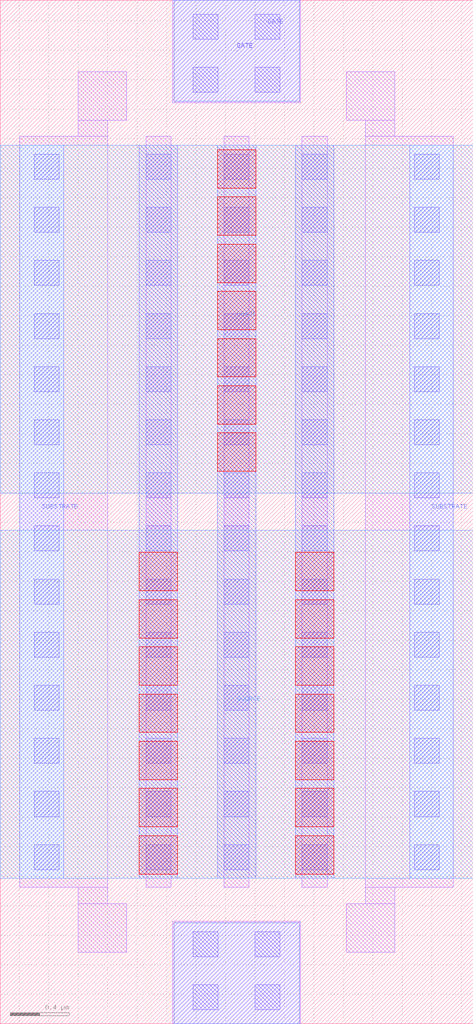
<source format=lef>
# Copyright 2020 The SkyWater PDK Authors
#
# Licensed under the Apache License, Version 2.0 (the "License");
# you may not use this file except in compliance with the License.
# You may obtain a copy of the License at
#
#     https://www.apache.org/licenses/LICENSE-2.0
#
# Unless required by applicable law or agreed to in writing, software
# distributed under the License is distributed on an "AS IS" BASIS,
# WITHOUT WARRANTIES OR CONDITIONS OF ANY KIND, either express or implied.
# See the License for the specific language governing permissions and
# limitations under the License.
#
# SPDX-License-Identifier: Apache-2.0

VERSION 5.7 ;
  NOWIREEXTENSIONATPIN ON ;
  DIVIDERCHAR "/" ;
  BUSBITCHARS "[]" ;
MACRO sky130_fd_pr__rf_nfet_01v8_lvt_cM02W5p00L0p25
  CLASS BLOCK ;
  FOREIGN sky130_fd_pr__rf_nfet_01v8_lvt_cM02W5p00L0p25 ;
  ORIGIN -0.070000  0.000000 ;
  SIZE  3.210000 BY  6.940000 ;
  PIN DRAIN
    ANTENNADIFFAREA  1.414000 ;
    PORT
      LAYER met2 ;
        RECT 0.070000 3.595000 3.280000 5.955000 ;
    END
  END DRAIN
  PIN GATE
    ANTENNAGATEAREA  2.525000 ;
    PORT
      LAYER li1 ;
        RECT 1.240000 0.000000 2.110000 0.695000 ;
        RECT 1.240000 6.245000 2.110000 6.940000 ;
      LAYER mcon ;
        RECT 1.380000 0.095000 1.550000 0.265000 ;
        RECT 1.380000 0.455000 1.550000 0.625000 ;
        RECT 1.380000 6.315000 1.550000 6.485000 ;
        RECT 1.380000 6.675000 1.550000 6.845000 ;
        RECT 1.800000 0.095000 1.970000 0.265000 ;
        RECT 1.800000 0.455000 1.970000 0.625000 ;
        RECT 1.800000 6.315000 1.970000 6.485000 ;
        RECT 1.800000 6.675000 1.970000 6.845000 ;
    END
    PORT
      LAYER met1 ;
        RECT 1.250000 0.000000 2.100000 0.685000 ;
        RECT 1.250000 6.255000 2.100000 6.940000 ;
    END
  END GATE
  PIN SOURCE
    ANTENNADIFFAREA  2.828000 ;
    PORT
      LAYER met2 ;
        RECT 0.070000 0.985000 3.280000 3.345000 ;
    END
  END SOURCE
  PIN SUBSTRATE
    ANTENNADIFFAREA  3.282500 ;
    ANTENNAGATEAREA  0.757500 ;
    PORT
      LAYER met1 ;
        RECT 0.205000 0.985000 0.500000 5.955000 ;
    END
    PORT
      LAYER met1 ;
        RECT 2.850000 0.985000 3.145000 5.955000 ;
    END
  END SUBSTRATE
  OBS
    LAYER li1 ;
      RECT 0.205000 0.925000 0.800000 6.015000 ;
      RECT 0.600000 0.485000 0.930000 0.815000 ;
      RECT 0.600000 0.815000 0.800000 0.925000 ;
      RECT 0.600000 6.015000 0.800000 6.125000 ;
      RECT 0.600000 6.125000 0.930000 6.455000 ;
      RECT 1.060000 0.925000 1.230000 6.015000 ;
      RECT 1.590000 0.925000 1.760000 6.015000 ;
      RECT 2.120000 0.925000 2.290000 6.015000 ;
      RECT 2.420000 0.485000 2.750000 0.815000 ;
      RECT 2.420000 6.125000 2.750000 6.455000 ;
      RECT 2.550000 0.815000 2.750000 0.925000 ;
      RECT 2.550000 0.925000 3.145000 6.015000 ;
      RECT 2.550000 6.015000 2.750000 6.125000 ;
    LAYER mcon ;
      RECT 0.300000 1.045000 0.470000 1.215000 ;
      RECT 0.300000 1.405000 0.470000 1.575000 ;
      RECT 0.300000 1.765000 0.470000 1.935000 ;
      RECT 0.300000 2.125000 0.470000 2.295000 ;
      RECT 0.300000 2.485000 0.470000 2.655000 ;
      RECT 0.300000 2.845000 0.470000 3.015000 ;
      RECT 0.300000 3.205000 0.470000 3.375000 ;
      RECT 0.300000 3.565000 0.470000 3.735000 ;
      RECT 0.300000 3.925000 0.470000 4.095000 ;
      RECT 0.300000 4.285000 0.470000 4.455000 ;
      RECT 0.300000 4.645000 0.470000 4.815000 ;
      RECT 0.300000 5.005000 0.470000 5.175000 ;
      RECT 0.300000 5.365000 0.470000 5.535000 ;
      RECT 0.300000 5.725000 0.470000 5.895000 ;
      RECT 1.060000 1.045000 1.230000 1.215000 ;
      RECT 1.060000 1.405000 1.230000 1.575000 ;
      RECT 1.060000 1.765000 1.230000 1.935000 ;
      RECT 1.060000 2.125000 1.230000 2.295000 ;
      RECT 1.060000 2.485000 1.230000 2.655000 ;
      RECT 1.060000 2.845000 1.230000 3.015000 ;
      RECT 1.060000 3.205000 1.230000 3.375000 ;
      RECT 1.060000 3.565000 1.230000 3.735000 ;
      RECT 1.060000 3.925000 1.230000 4.095000 ;
      RECT 1.060000 4.285000 1.230000 4.455000 ;
      RECT 1.060000 4.645000 1.230000 4.815000 ;
      RECT 1.060000 5.005000 1.230000 5.175000 ;
      RECT 1.060000 5.365000 1.230000 5.535000 ;
      RECT 1.060000 5.725000 1.230000 5.895000 ;
      RECT 1.590000 1.045000 1.760000 1.215000 ;
      RECT 1.590000 1.405000 1.760000 1.575000 ;
      RECT 1.590000 1.765000 1.760000 1.935000 ;
      RECT 1.590000 2.125000 1.760000 2.295000 ;
      RECT 1.590000 2.485000 1.760000 2.655000 ;
      RECT 1.590000 2.845000 1.760000 3.015000 ;
      RECT 1.590000 3.205000 1.760000 3.375000 ;
      RECT 1.590000 3.565000 1.760000 3.735000 ;
      RECT 1.590000 3.925000 1.760000 4.095000 ;
      RECT 1.590000 4.285000 1.760000 4.455000 ;
      RECT 1.590000 4.645000 1.760000 4.815000 ;
      RECT 1.590000 5.005000 1.760000 5.175000 ;
      RECT 1.590000 5.365000 1.760000 5.535000 ;
      RECT 1.590000 5.725000 1.760000 5.895000 ;
      RECT 2.120000 1.045000 2.290000 1.215000 ;
      RECT 2.120000 1.405000 2.290000 1.575000 ;
      RECT 2.120000 1.765000 2.290000 1.935000 ;
      RECT 2.120000 2.125000 2.290000 2.295000 ;
      RECT 2.120000 2.485000 2.290000 2.655000 ;
      RECT 2.120000 2.845000 2.290000 3.015000 ;
      RECT 2.120000 3.205000 2.290000 3.375000 ;
      RECT 2.120000 3.565000 2.290000 3.735000 ;
      RECT 2.120000 3.925000 2.290000 4.095000 ;
      RECT 2.120000 4.285000 2.290000 4.455000 ;
      RECT 2.120000 4.645000 2.290000 4.815000 ;
      RECT 2.120000 5.005000 2.290000 5.175000 ;
      RECT 2.120000 5.365000 2.290000 5.535000 ;
      RECT 2.120000 5.725000 2.290000 5.895000 ;
      RECT 2.880000 1.045000 3.050000 1.215000 ;
      RECT 2.880000 1.405000 3.050000 1.575000 ;
      RECT 2.880000 1.765000 3.050000 1.935000 ;
      RECT 2.880000 2.125000 3.050000 2.295000 ;
      RECT 2.880000 2.485000 3.050000 2.655000 ;
      RECT 2.880000 2.845000 3.050000 3.015000 ;
      RECT 2.880000 3.205000 3.050000 3.375000 ;
      RECT 2.880000 3.565000 3.050000 3.735000 ;
      RECT 2.880000 3.925000 3.050000 4.095000 ;
      RECT 2.880000 4.285000 3.050000 4.455000 ;
      RECT 2.880000 4.645000 3.050000 4.815000 ;
      RECT 2.880000 5.005000 3.050000 5.175000 ;
      RECT 2.880000 5.365000 3.050000 5.535000 ;
      RECT 2.880000 5.725000 3.050000 5.895000 ;
    LAYER met1 ;
      RECT 1.015000 0.985000 1.275000 5.955000 ;
      RECT 1.545000 0.985000 1.805000 5.955000 ;
      RECT 2.075000 0.985000 2.335000 5.955000 ;
    LAYER via ;
      RECT 1.015000 1.015000 1.275000 1.275000 ;
      RECT 1.015000 1.335000 1.275000 1.595000 ;
      RECT 1.015000 1.655000 1.275000 1.915000 ;
      RECT 1.015000 1.975000 1.275000 2.235000 ;
      RECT 1.015000 2.295000 1.275000 2.555000 ;
      RECT 1.015000 2.615000 1.275000 2.875000 ;
      RECT 1.015000 2.935000 1.275000 3.195000 ;
      RECT 1.545000 3.745000 1.805000 4.005000 ;
      RECT 1.545000 4.065000 1.805000 4.325000 ;
      RECT 1.545000 4.385000 1.805000 4.645000 ;
      RECT 1.545000 4.705000 1.805000 4.965000 ;
      RECT 1.545000 5.025000 1.805000 5.285000 ;
      RECT 1.545000 5.345000 1.805000 5.605000 ;
      RECT 1.545000 5.665000 1.805000 5.925000 ;
      RECT 2.075000 1.015000 2.335000 1.275000 ;
      RECT 2.075000 1.335000 2.335000 1.595000 ;
      RECT 2.075000 1.655000 2.335000 1.915000 ;
      RECT 2.075000 1.975000 2.335000 2.235000 ;
      RECT 2.075000 2.295000 2.335000 2.555000 ;
      RECT 2.075000 2.615000 2.335000 2.875000 ;
      RECT 2.075000 2.935000 2.335000 3.195000 ;
  END
END sky130_fd_pr__rf_nfet_01v8_lvt_cM02W5p00L0p25
END LIBRARY

</source>
